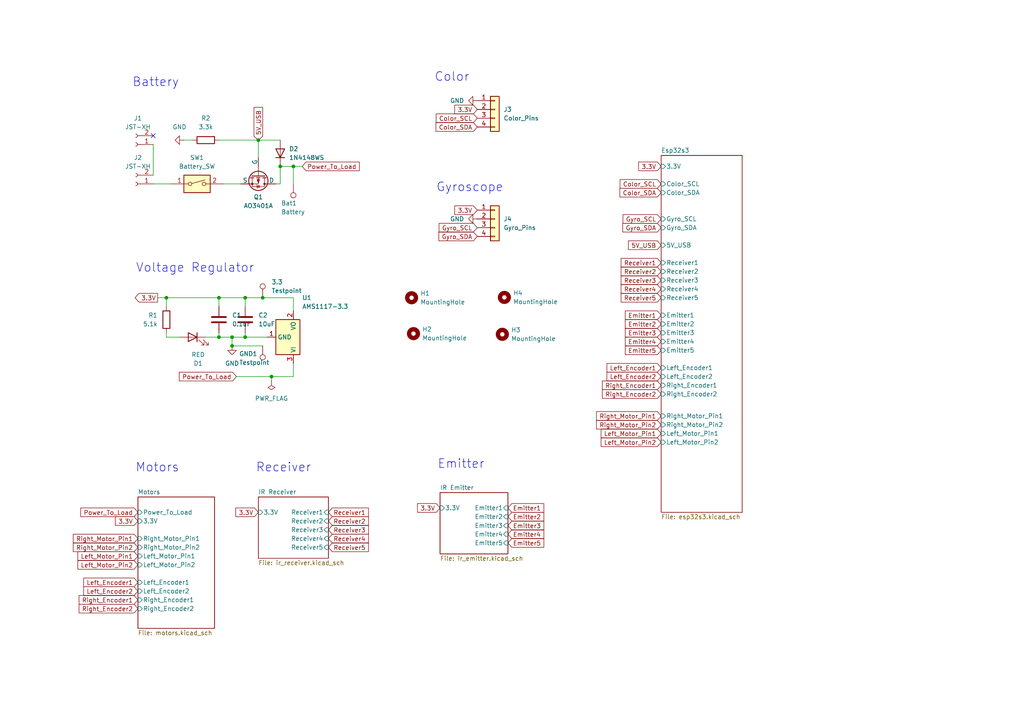
<source format=kicad_sch>
(kicad_sch (version 20231120) (generator "eeschema") (generator_version "8.0")
  (paper "A4")
  (lib_symbols
    (symbol "Connector:Conn_01x02_Socket" (pin_names (offset 1.016) hide)
      (property "Reference" "J" (at 0 2.54 0))
      (property "Value" "Conn_01x02_Socket" (at 0 -5.08 0))
      (symbol "Conn_01x02_Socket_1_1"
        (arc (start 0 -2.032) (mid -0.5058 -2.54) (end 0 -3.048) (stroke (width 0.1524)))
        (polyline (pts (xy -1.27 -2.54) (xy -0.508 -2.54)) (stroke (width 0.1524)))
        (polyline (pts (xy -1.27 0) (xy -0.508 0)) (stroke (width 0.1524)))
        (arc (start 0 0.508) (mid -0.5058 0) (end 0 -0.508) (stroke (width 0.1524)))
        (pin passive line (at -5.08 0 0) (length 3.81) (name "Pin_1") (number "1"))
        (pin passive line (at -5.08 -2.54 0) (length 3.81) (name "Pin_2") (number "2"))
      )
    )
    (symbol "Connector:TestPoint" (pin_numbers hide) (pin_names (offset 0.762) hide)
      (property "Reference" "TP" (at 0 6.858 0))
      (property "Value" "TestPoint" (at 0 5.08 0))
      (symbol "TestPoint_0_1"
        (circle (center 0 3.302) (radius 0.762))
      )
      (symbol "TestPoint_1_1"
        (pin passive line (at 0 0 90) (length 2.54) (name "1") (number "1"))
      )
    )
    (symbol "Connector_Generic:Conn_01x04" (pin_names (offset 1.016) hide)
      (property "Reference" "J" (at 0 5.08 0))
      (property "Value" "Conn_01x04" (at 0 -7.62 0))
      (symbol "Conn_01x04_1_1"
        (rectangle (start -1.27 -4.953) (end 0 -5.207) (stroke (width 0.1524)))
        (rectangle (start -1.27 -2.413) (end 0 -2.667) (stroke (width 0.1524)))
        (rectangle (start -1.27 0.127) (end 0 -0.127) (stroke (width 0.1524)))
        (rectangle (start -1.27 2.667) (end 0 2.413) (stroke (width 0.1524)))
        (rectangle (start -1.27 3.81) (end 1.27 -6.35) (stroke (width 0.254)) (fill (type background)))
        (pin passive line (at -5.08 2.54 0) (length 3.81) (name "Pin_1") (number "1"))
        (pin passive line (at -5.08 0 0) (length 3.81) (name "Pin_2") (number "2"))
        (pin passive line (at -5.08 -2.54 0) (length 3.81) (name "Pin_3") (number "3"))
        (pin passive line (at -5.08 -5.08 0) (length 3.81) (name "Pin_4") (number "4"))
      )
    )
    (symbol "Device:C" (pin_numbers hide) (pin_names (offset 0.254))
      (property "Reference" "C" (at 0.635 2.54 0))
      (property "Value" "C" (at 0.635 -2.54 0))
      (symbol "C_0_1"
        (polyline (pts (xy -2.032 -0.762) (xy 2.032 -0.762)) (stroke (width 0.508)))
        (polyline (pts (xy -2.032 0.762) (xy 2.032 0.762)) (stroke (width 0.508)))
      )
      (symbol "C_1_1"
        (pin passive line (at 0 3.81 270) (length 2.794) (name "~") (number "1"))
        (pin passive line (at 0 -3.81 90) (length 2.794) (name "~") (number "2"))
      )
    )
    (symbol "Device:LED" (pin_numbers hide) (pin_names (offset 1.016) hide)
      (property "Reference" "D" (at 0 2.54 0))
      (property "Value" "LED" (at 0 -2.54 0))
      (symbol "LED_0_1"
        (polyline (pts (xy -1.27 -1.27) (xy -1.27 1.27)) (stroke (width 0.254)))
        (polyline (pts (xy -1.27 0) (xy 1.27 0)))
        (polyline (pts (xy 1.27 -1.27) (xy 1.27 1.27) (xy -1.27 0) (xy 1.27 -1.27)) (stroke (width 0.254)))
        (polyline (pts (xy -3.048 -0.762) (xy -4.572 -2.286) (xy -3.81 -2.286) (xy -4.572 -2.286) (xy -4.572 -1.524)))
        (polyline (pts (xy -1.778 -0.762) (xy -3.302 -2.286) (xy -2.54 -2.286) (xy -3.302 -2.286) (xy -3.302 -1.524)))
      )
      (symbol "LED_1_1"
        (pin passive line (at -3.81 0 0) (length 2.54) (name "K") (number "1"))
        (pin passive line (at 3.81 0 180) (length 2.54) (name "A") (number "2"))
      )
    )
    (symbol "Device:R" (pin_numbers hide) (pin_names (offset 0))
      (property "Reference" "R" (at 2.032 0 90))
      (property "Value" "R" (at 0 0 90))
      (symbol "R_0_1"
        (rectangle (start -1.016 -2.54) (end 1.016 2.54) (stroke (width 0.254)))
      )
      (symbol "R_1_1"
        (pin passive line (at 0 3.81 270) (length 1.27) (name "~") (number "1"))
        (pin passive line (at 0 -3.81 90) (length 1.27) (name "~") (number "2"))
      )
    )
    (symbol "Diode:1N4148WS" (pin_numbers hide) (pin_names hide)
      (property "Reference" "D" (at 0 2.54 0))
      (property "Value" "1N4148WS" (at 0 -2.54 0))
      (symbol "1N4148WS_0_1"
        (polyline (pts (xy -1.27 1.27) (xy -1.27 -1.27)) (stroke (width 0.254)))
        (polyline (pts (xy 1.27 0) (xy -1.27 0)))
        (polyline (pts (xy 1.27 1.27) (xy 1.27 -1.27) (xy -1.27 0) (xy 1.27 1.27)) (stroke (width 0.254)))
      )
      (symbol "1N4148WS_1_1"
        (pin passive line (at -3.81 0 0) (length 2.54) (name "K") (number "1"))
        (pin passive line (at 3.81 0 180) (length 2.54) (name "A") (number "2"))
      )
    )
    (symbol "Mechanical:MountingHole" (pin_names (offset 1.016)) (exclude_from_sim yes) (in_bom no)
      (property "Reference" "H" (at 0 5.08 0))
      (property "Value" "MountingHole" (at 0 3.175 0))
      (symbol "MountingHole_0_1"
        (circle (center 0 0) (radius 1.27) (stroke (width 1.27)))
      )
    )
    (symbol "Regulator_Linear:AMS1117-3.3"
      (property "Reference" "U" (at -3.81 3.175 0))
      (property "Value" "AMS1117-3.3" (at 0 3.175 0))
      (symbol "AMS1117-3.3_0_1"
        (rectangle (start -5.08 -5.08) (end 5.08 1.905) (stroke (width 0.254)) (fill (type background)))
      )
      (symbol "AMS1117-3.3_1_1"
        (pin power_in line (at 0 -7.62 90) (length 2.54) (name "GND") (number "1"))
        (pin power_out line (at 7.62 0 180) (length 2.54) (name "VO") (number "2"))
        (pin power_in line (at -7.62 0 0) (length 2.54) (name "VI") (number "3"))
      )
    )
    (symbol "Simulation_SPICE:PMOS" (pin_numbers hide) (pin_names (offset 0))
      (property "Reference" "Q" (at 5.08 1.27 0))
      (property "Value" "PMOS" (at 5.08 -1.27 0))
      (symbol "PMOS_0_1"
        (polyline (pts (xy 0.254 0) (xy -2.54 0)))
        (polyline (pts (xy 0.254 1.905) (xy 0.254 -1.905)) (stroke (width 0.254)))
        (polyline (pts (xy 0.762 -1.27) (xy 0.762 -2.286)) (stroke (width 0.254)))
        (polyline (pts (xy 0.762 0.508) (xy 0.762 -0.508)) (stroke (width 0.254)))
        (polyline (pts (xy 0.762 2.286) (xy 0.762 1.27)) (stroke (width 0.254)))
        (polyline (pts (xy 2.54 2.54) (xy 2.54 1.778)))
        (polyline (pts (xy 2.54 -2.54) (xy 2.54 0) (xy 0.762 0)))
        (polyline (pts (xy 0.762 1.778) (xy 3.302 1.778) (xy 3.302 -1.778) (xy 0.762 -1.778)))
        (polyline (pts (xy 2.286 0) (xy 1.27 0.381) (xy 1.27 -0.381) (xy 2.286 0)) (fill (type outline)))
        (polyline (pts (xy 2.794 -0.508) (xy 2.921 -0.381) (xy 3.683 -0.381) (xy 3.81 -0.254)))
        (polyline (pts (xy 3.302 -0.381) (xy 2.921 0.254) (xy 3.683 0.254) (xy 3.302 -0.381)))
        (circle (center 1.651 0) (radius 2.794) (stroke (width 0.254)))
        (circle (center 2.54 -1.778) (radius 0.254) (fill (type outline)))
        (circle (center 2.54 1.778) (radius 0.254) (fill (type outline)))
      )
      (symbol "PMOS_1_1"
        (pin passive line (at 2.54 5.08 270) (length 2.54) (name "D") (number "1"))
        (pin input line (at -5.08 0 0) (length 2.54) (name "G") (number "2"))
        (pin passive line (at 2.54 -5.08 90) (length 2.54) (name "S") (number "3"))
      )
    )
    (symbol "Switch:SW_DIP_x01" (pin_names (offset 0) hide)
      (property "Reference" "SW" (at 0 3.81 0))
      (property "Value" "SW_DIP_x01" (at 0 -3.81 0))
      (symbol "SW_DIP_x01_0_0"
        (circle (center -2.032 0) (radius 0.508))
        (polyline (pts (xy -1.524 0.127) (xy 2.3622 1.1684)))
        (circle (center 2.032 0) (radius 0.508))
      )
      (symbol "SW_DIP_x01_0_1"
        (rectangle (start -3.81 2.54) (end 3.81 -2.54) (stroke (width 0.254)) (fill (type background)))
      )
      (symbol "SW_DIP_x01_1_1"
        (pin passive line (at -7.62 0 0) (length 5.08) (name "~") (number "1"))
        (pin passive line (at 7.62 0 180) (length 5.08) (name "~") (number "2"))
      )
    )
    (symbol "power:GND" (power) (pin_numbers hide) (pin_names (offset 0) hide)
      (property "Value" "GND" (at 0 -3.81 0))
      (symbol "GND_0_1"
        (polyline (pts (xy 0 0) (xy 0 -1.27) (xy 1.27 -1.27) (xy 0 -2.54) (xy -1.27 -1.27) (xy 0 -1.27)))
      )
      (symbol "GND_1_1"
        (pin power_in line (at 0 0 270) (length 0) (name "~") (number "1"))
      )
    )
    (symbol "power:PWR_FLAG" (power) (pin_numbers hide) (pin_names (offset 0) hide)
      (property "Value" "PWR_FLAG" (at 0 3.81 0))
      (symbol "PWR_FLAG_0_0"
        (pin power_out line (at 0 0 90) (length 0) (name "~") (number "1"))
      )
      (symbol "PWR_FLAG_0_1"
        (polyline (pts (xy 0 0) (xy 0 1.27) (xy -1.016 1.905) (xy 0 2.54) (xy 1.016 1.905) (xy 0 1.27)))
      )
    )
  )
  (junction (at 63.5 97.79))
  (junction (at 71.12 86.36))
  (junction (at 71.12 97.79))
  (junction (at 81.28 48.26))
  (junction (at 63.5 86.36))
  (junction (at 78.74 109.22))
  (junction (at 85.09 48.26))
  (junction (at 67.31 100.33))
  (junction (at 67.31 97.79))
  (junction (at 74.93 40.64))
  (junction (at 76.2 86.36))
  (junction (at 48.26 86.36))
  (no_connect (at 44.45 39.37))
  (wire (pts (xy 68.58 109.22) (xy 78.74 109.22)))
  (wire (pts (xy 59.69 97.79) (xy 63.5 97.79)))
  (wire (pts (xy 63.5 86.36) (xy 71.12 86.36)))
  (wire (pts (xy 71.12 97.79) (xy 77.47 97.79)))
  (wire (pts (xy 85.09 109.22) (xy 85.09 105.41)))
  (wire (pts (xy 45.72 86.36) (xy 48.26 86.36)))
  (wire (pts (xy 48.26 86.36) (xy 63.5 86.36)))
  (wire (pts (xy 48.26 97.79) (xy 52.07 97.79)))
  (wire (pts (xy 78.74 110.49) (xy 78.74 109.22)))
  (wire (pts (xy 63.5 40.64) (xy 74.93 40.64)))
  (wire (pts (xy 85.09 48.26) (xy 87.63 48.26)))
  (wire (pts (xy 48.26 97.79) (xy 48.26 96.52)))
  (wire (pts (xy 74.93 40.64) (xy 74.93 45.72)))
  (wire (pts (xy 85.09 48.26) (xy 85.09 53.34)))
  (wire (pts (xy 44.45 53.34) (xy 49.53 53.34)))
  (wire (pts (xy 85.09 90.17) (xy 85.09 86.36)))
  (wire (pts (xy 67.31 100.33) (xy 76.2 100.33)))
  (wire (pts (xy 63.5 96.52) (xy 63.5 97.79)))
  (wire (pts (xy 74.93 40.64) (xy 81.28 40.64)))
  (wire (pts (xy 71.12 96.52) (xy 71.12 97.79)))
  (wire (pts (xy 71.12 88.9) (xy 71.12 86.36)))
  (wire (pts (xy 85.09 86.36) (xy 76.2 86.36)))
  (wire (pts (xy 71.12 86.36) (xy 76.2 86.36)))
  (wire (pts (xy 67.31 97.79) (xy 71.12 97.79)))
  (wire (pts (xy 78.74 109.22) (xy 85.09 109.22)))
  (wire (pts (xy 81.28 48.26) (xy 81.28 53.34)))
  (wire (pts (xy 81.28 48.26) (xy 85.09 48.26)))
  (wire (pts (xy 44.45 41.91) (xy 44.45 50.8)))
  (wire (pts (xy 53.34 40.64) (xy 55.88 40.64)))
  (wire (pts (xy 48.26 88.9) (xy 48.26 86.36)))
  (wire (pts (xy 63.5 88.9) (xy 63.5 86.36)))
  (wire (pts (xy 67.31 100.33) (xy 67.31 97.79)))
  (wire (pts (xy 63.5 97.79) (xy 67.31 97.79)))
  (wire (pts (xy 64.77 53.34) (xy 69.85 53.34)))
  (wire (pts (xy 80.01 53.34) (xy 81.28 53.34)))
  (text "Voltage Regulator" (at 39.37 79.248 0) (effects (font (size 2.54 2.54)) (justify left bottom)))
  (text "Battery" (at 38.354 25.4 0) (effects (font (size 2.54 2.54)) (justify left bottom)))
  (text "Emitter" (at 126.873 136.144 0) (effects (font (size 2.54 2.54)) (justify left bottom)))
  (text "Motors" (at 39.243 137.16 0) (effects (font (size 2.54 2.54)) (justify left bottom)))
  (text "Receiver" (at 74.168 137.16 0) (effects (font (size 2.54 2.54)) (justify left bottom)))
  (text "Gyroscope" (at 126.492 55.88 0) (effects (font (size 2.54 2.54)) (justify left bottom)))
  (text "Color" (at 125.984 23.876 0) (effects (font (size 2.54 2.54)) (justify left bottom)))
  (global_label "Right_Encoder2" (shape input) (at 40.005 176.53 180) (property "Intersheetrefs" "${INTERSHEET_REFS}" (effects (hide yes))))
  (global_label "Right_Encoder2" (shape input) (at 191.77 114.3 180) (property "Intersheetrefs" "${INTERSHEET_REFS}" (effects (hide yes))))
  (global_label "Power_To_Load" (shape input) (at 87.63 48.26 0) (property "Intersheetrefs" "${INTERSHEET_REFS}" (effects (hide yes))))
  (global_label "3.3V" (shape input) (at 138.43 60.96 180) (property "Intersheetrefs" "${INTERSHEET_REFS}" (effects (hide yes))))
  (global_label "Receiver2" (shape input) (at 95.25 151.13 0) (property "Intersheetrefs" "${INTERSHEET_REFS}" (effects (hide yes))))
  (global_label "Right_Motor_Pin1" (shape input) (at 191.77 120.65 180) (property "Intersheetrefs" "${INTERSHEET_REFS}" (effects (hide yes))))
  (global_label "Receiver3" (shape input) (at 191.77 81.28 180) (property "Intersheetrefs" "${INTERSHEET_REFS}" (effects (hide yes))))
  (global_label "Emitter2" (shape input) (at 147.32 149.86 0) (property "Intersheetrefs" "${INTERSHEET_REFS}" (effects (hide yes))))
  (global_label "Power_To_Load" (shape input) (at 68.58 109.22 180) (property "Intersheetrefs" "${INTERSHEET_REFS}" (effects (hide yes))))
  (global_label "Receiver1" (shape input) (at 95.25 148.59 0) (property "Intersheetrefs" "${INTERSHEET_REFS}" (effects (hide yes))))
  (global_label "Left_Motor_Pin1" (shape input) (at 40.005 161.29 180) (property "Intersheetrefs" "${INTERSHEET_REFS}" (effects (hide yes))))
  (global_label "Receiver2" (shape input) (at 191.77 78.74 180) (property "Intersheetrefs" "${INTERSHEET_REFS}" (effects (hide yes))))
  (global_label "Left_Encoder1" (shape input) (at 191.77 106.68 180) (property "Intersheetrefs" "${INTERSHEET_REFS}" (effects (hide yes))))
  (global_label "Gyro_SDA" (shape input) (at 138.43 68.58 180) (property "Intersheetrefs" "${INTERSHEET_REFS}" (effects (hide yes))))
  (global_label "Gyro_SCL" (shape input) (at 138.43 66.04 180) (property "Intersheetrefs" "${INTERSHEET_REFS}" (effects (hide yes))))
  (global_label "Right_Motor_Pin2" (shape input) (at 40.005 158.75 180) (property "Intersheetrefs" "${INTERSHEET_REFS}" (effects (hide yes))))
  (global_label "Receiver5" (shape input) (at 191.77 86.36 180) (property "Intersheetrefs" "${INTERSHEET_REFS}" (effects (hide yes))))
  (global_label "3.3V" (shape input) (at 40.005 151.13 180) (property "Intersheetrefs" "${INTERSHEET_REFS}" (effects (hide yes))))
  (global_label "Left_Motor_Pin2" (shape input) (at 40.005 163.83 180) (property "Intersheetrefs" "${INTERSHEET_REFS}" (effects (hide yes))))
  (global_label "Gyro_SCL" (shape input) (at 191.77 63.5 180) (property "Intersheetrefs" "${INTERSHEET_REFS}" (effects (hide yes))))
  (global_label "Receiver1" (shape input) (at 191.77 76.2 180) (property "Intersheetrefs" "${INTERSHEET_REFS}" (effects (hide yes))))
  (global_label "5V_USB" (shape input) (at 191.77 71.12 180) (property "Intersheetrefs" "${INTERSHEET_REFS}" (effects (hide yes))))
  (global_label "3.3V" (shape input) (at 74.93 148.59 180) (property "Intersheetrefs" "${INTERSHEET_REFS}" (effects (hide yes))))
  (global_label "Color_SCL" (shape input) (at 138.43 34.29 180) (property "Intersheetrefs" "${INTERSHEET_REFS}" (effects (hide yes))))
  (global_label "Emitter3" (shape input) (at 147.32 152.4519 0) (property "Intersheetrefs" "${INTERSHEET_REFS}" (effects (hide yes))))
  (global_label "Emitter5" (shape input) (at 147.32 157.48 0) (property "Intersheetrefs" "${INTERSHEET_REFS}" (effects (hide yes))))
  (global_label "Power_To_Load" (shape input) (at 40.005 148.59 180) (property "Intersheetrefs" "${INTERSHEET_REFS}" (effects (hide yes))))
  (global_label "Right_Encoder1" (shape input) (at 40.005 173.99 180) (property "Intersheetrefs" "${INTERSHEET_REFS}" (effects (hide yes))))
  (global_label "3.3V" (shape input) (at 191.77 48.26 180) (property "Intersheetrefs" "${INTERSHEET_REFS}" (effects (hide yes))))
  (global_label "Receiver4" (shape input) (at 191.77 83.82 180) (property "Intersheetrefs" "${INTERSHEET_REFS}" (effects (hide yes))))
  (global_label "Receiver4" (shape input) (at 95.25 156.21 0) (property "Intersheetrefs" "${INTERSHEET_REFS}" (effects (hide yes))))
  (global_label "3.3V" (shape input) (at 138.43 31.75 180) (property "Intersheetrefs" "${INTERSHEET_REFS}" (effects (hide yes))))
  (global_label "Right_Motor_Pin2" (shape input) (at 191.77 123.19 180) (property "Intersheetrefs" "${INTERSHEET_REFS}" (effects (hide yes))))
  (global_label "Emitter4" (shape input) (at 191.77 99.06 180) (property "Intersheetrefs" "${INTERSHEET_REFS}" (effects (hide yes))))
  (global_label "Emitter2" (shape input) (at 191.77 93.98 180) (property "Intersheetrefs" "${INTERSHEET_REFS}" (effects (hide yes))))
  (global_label "Right_Motor_Pin1" (shape input) (at 40.005 156.21 180) (property "Intersheetrefs" "${INTERSHEET_REFS}" (effects (hide yes))))
  (global_label "3.3V" (shape output) (at 45.72 86.36 180) (property "Intersheetrefs" "${INTERSHEET_REFS}" (effects (hide yes))))
  (global_label "Receiver5" (shape input) (at 95.25 158.75 0) (property "Intersheetrefs" "${INTERSHEET_REFS}" (effects (hide yes))))
  (global_label "3.3V" (shape input) (at 127.635 147.32 180) (property "Intersheetrefs" "${INTERSHEET_REFS}" (effects (hide yes))))
  (global_label "5V_USB" (shape input) (at 74.93 40.64 90) (property "Intersheetrefs" "${INTERSHEET_REFS}" (effects (hide yes))))
  (global_label "Left_Motor_Pin2" (shape input) (at 191.77 128.27 180) (property "Intersheetrefs" "${INTERSHEET_REFS}" (effects (hide yes))))
  (global_label "Emitter4" (shape input) (at 147.32 154.94 0) (property "Intersheetrefs" "${INTERSHEET_REFS}" (effects (hide yes))))
  (global_label "Receiver3" (shape input) (at 95.25 153.67 0) (property "Intersheetrefs" "${INTERSHEET_REFS}" (effects (hide yes))))
  (global_label "Gyro_SDA" (shape input) (at 191.77 66.04 180) (property "Intersheetrefs" "${INTERSHEET_REFS}" (effects (hide yes))))
  (global_label "Color_SCL" (shape input) (at 191.77 53.34 180) (property "Intersheetrefs" "${INTERSHEET_REFS}" (effects (hide yes))))
  (global_label "Left_Motor_Pin1" (shape input) (at 191.77 125.73 180) (property "Intersheetrefs" "${INTERSHEET_REFS}" (effects (hide yes))))
  (global_label "Left_Encoder2" (shape input) (at 191.77 109.22 180) (property "Intersheetrefs" "${INTERSHEET_REFS}" (effects (hide yes))))
  (global_label "Emitter1" (shape input) (at 191.77 91.44 180) (property "Intersheetrefs" "${INTERSHEET_REFS}" (effects (hide yes))))
  (global_label "Emitter3" (shape input) (at 191.77 96.52 180) (property "Intersheetrefs" "${INTERSHEET_REFS}" (effects (hide yes))))
  (global_label "Emitter1" (shape input) (at 147.32 147.32 0) (property "Intersheetrefs" "${INTERSHEET_REFS}" (effects (hide yes))))
  (global_label "Left_Encoder1" (shape input) (at 40.005 168.91 180) (property "Intersheetrefs" "${INTERSHEET_REFS}" (effects (hide yes))))
  (global_label "Color_SDA" (shape input) (at 191.77 55.88 180) (property "Intersheetrefs" "${INTERSHEET_REFS}" (effects (hide yes))))
  (global_label "Right_Encoder1" (shape input) (at 191.77 111.76 180) (property "Intersheetrefs" "${INTERSHEET_REFS}" (effects (hide yes))))
  (global_label "Left_Encoder2" (shape input) (at 40.005 171.45 180) (property "Intersheetrefs" "${INTERSHEET_REFS}" (effects (hide yes))))
  (global_label "Color_SDA" (shape input) (at 138.43 36.83 180) (property "Intersheetrefs" "${INTERSHEET_REFS}" (effects (hide yes))))
  (global_label "Emitter5" (shape input) (at 191.77 101.6 180) (property "Intersheetrefs" "${INTERSHEET_REFS}" (effects (hide yes))))
  (symbol (lib_id "power:GND") (at 138.43 63.5 270) (unit 1)
    (property "Reference" "#PWR04" (effects (hide yes)))
    (property "Value" "GND" (at 134.62 63.4999 90) (effects (justify right)))
    (property "Description" "Power symbol creates a global label with name \"GND\" , ground" (effects (hide yes)))
  )
  (symbol (lib_id "power:GND") (at 67.31 100.33 0) (unit 1)
    (property "Reference" "#PWR02" (effects (hide yes)))
    (property "Value" "GND" (at 67.31 105.41 0))
    (property "Description" "Power symbol creates a global label with name \"GND\" , ground" (effects (hide yes)))
  )
  (symbol (lib_id "Connector_Generic:Conn_01x04") (at 143.51 63.5 0) (unit 1)
    (property "Reference" "J4" (at 146.05 63.4999 0) (effects (justify left)))
    (property "Value" "Gyro_Pins" (at 146.05 66.0399 0) (effects (justify left)))
    (property "Footprint" "Connector_PinHeader_2.54mm:PinHeader_1x04_P2.54mm_Vertical" (effects (hide yes)))
    (property "Description" "Generic connector, single row, 01x04, script generated (kicad-library-utils/schlib/autogen/connector/)" (effects (hide yes)))
  )
  (symbol (lib_id "Device:R") (at 48.26 92.71 0) (mirror y) (unit 1)
    (property "Reference" "R1" (at 45.72 91.4399 0) (effects (justify left)))
    (property "Value" "5.1k" (at 45.72 93.9799 0) (effects (justify left)))
    (property "Footprint" "Resistor_SMD:R_0603_1608Metric_Pad0.98x0.95mm_HandSolder" (effects (hide yes)))
    (property "Description" "Resistor" (effects (hide yes)))
    (property "JLCBasic" "basic" (effects (hide yes)))
    (property "LCSC Part" "C23186 " (effects (hide yes)))
    (property "MPN" "0603WAF5101T5E" (effects (hide yes)))
    (property "Package" " 0603" (effects (hide yes)))
  )
  (symbol (lib_id "Mechanical:MountingHole") (at 119.9278 96.7672 0) (unit 1) (exclude_from_sim yes) (in_bom no)
    (property "Reference" "H2" (at 122.4678 95.4971 0) (effects (justify left)))
    (property "Value" "MountingHole" (at 122.4678 98.0371 0) (effects (justify left)))
    (property "Footprint" "MountingHole:MountingHole_3.2mm_M3_DIN965_Pad" (effects (hide yes)))
    (property "Description" "Mounting Hole without connection" (effects (hide yes)))
  )
  (symbol (lib_id "Regulator_Linear:AMS1117-3.3") (at 85.09 97.79 270) (mirror x) (unit 1)
    (property "Reference" "U1" (at 87.63 86.3599 90) (effects (justify left)))
    (property "Value" "AMS1117-3.3" (at 87.63 88.8999 90) (effects (justify left)))
    (property "Footprint" "Package_TO_SOT_SMD:SOT-223-3_TabPin2" (effects (hide yes)))
    (property "Datasheet" "http://www.advanced-monolithic.com/pdf/ds1117.pdf" (effects (hide yes)))
    (property "Description" "1A Low Dropout regulator, positive, 3.3V fixed output, SOT-223" (effects (hide yes)))
  )
  (symbol (lib_id "power:GND") (at 53.34 40.64 270) (unit 1)
    (property "Reference" "#PWR01" (effects (hide yes)))
    (property "Value" "GND" (at 52.07 36.83 90))
    (property "Description" "Power symbol creates a global label with name \"GND\" , ground" (effects (hide yes)))
  )
  (symbol (lib_id "Device:LED") (at 55.88 97.79 0) (mirror y) (unit 1)
    (property "Reference" "D1" (at 57.4675 105.41 0))
    (property "Value" "RED" (at 57.4675 102.87 0))
    (property "Footprint" "LED_SMD:LED_0603_1608Metric_Pad1.05x0.95mm_HandSolder" (effects (hide yes)))
    (property "Description" "Light emitting diode" (effects (hide yes)))
  )
  (symbol (lib_id "Mechanical:MountingHole") (at 145.6974 96.9654 0) (unit 1) (exclude_from_sim yes) (in_bom no)
    (property "Reference" "H3" (at 148.2374 95.6953 0) (effects (justify left)))
    (property "Value" "MountingHole" (at 148.2374 98.2353 0) (effects (justify left)))
    (property "Footprint" "MountingHole:MountingHole_3.2mm_M3_DIN965_Pad" (effects (hide yes)))
    (property "Description" "Mounting Hole without connection" (effects (hide yes)))
  )
  (symbol (lib_id "Device:R") (at 59.69 40.64 90) (unit 1)
    (property "Reference" "R2" (at 59.69 34.29 90))
    (property "Value" "3.3k" (at 59.69 36.83 90))
    (property "Footprint" "Resistor_SMD:R_0603_1608Metric_Pad0.98x0.95mm_HandSolder" (effects (hide yes)))
    (property "Description" "Resistor" (effects (hide yes)))
    (property "JLCBasic" "basic" (effects (hide yes)))
    (property "LCSC Part" "C22978" (effects (hide yes)))
    (property "MPN" "0603WAF3301T5E" (effects (hide yes)))
    (property "Package" " 0603" (effects (hide yes)))
  )
  (symbol (lib_id "Connector:Conn_01x02_Socket") (at 39.37 53.34 180) (unit 1)
    (property "Reference" "J2" (at 40.005 45.72 0))
    (property "Value" "JST-XH" (at 40.005 48.26 0))
    (property "Footprint" "Connector_JST:JST_XH_B2B-XH-A_1x02_P2.50mm_Vertical" (effects (hide yes)))
    (property "Description" "Generic connector, single row, 01x02, script generated" (effects (hide yes)))
  )
  (symbol (lib_id "Mechanical:MountingHole") (at 119.38 86.36 0) (unit 1) (exclude_from_sim yes) (in_bom no)
    (property "Reference" "H1" (at 121.92 85.0899 0) (effects (justify left)))
    (property "Value" "MountingHole" (at 121.92 87.6299 0) (effects (justify left)))
    (property "Footprint" "MountingHole:MountingHole_3.2mm_M3_DIN965_Pad" (effects (hide yes)))
    (property "Description" "Mounting Hole without connection" (effects (hide yes)))
  )
  (symbol (lib_id "Connector_Generic:Conn_01x04") (at 143.51 31.75 0) (unit 1)
    (property "Reference" "J3" (at 146.05 31.7499 0) (effects (justify left)))
    (property "Value" "Color_Pins" (at 146.05 34.2899 0) (effects (justify left)))
    (property "Footprint" "Connector_PinHeader_2.54mm:PinHeader_1x04_P2.54mm_Vertical" (effects (hide yes)))
    (property "Description" "Generic connector, single row, 01x04, script generated (kicad-library-utils/schlib/autogen/connector/)" (effects (hide yes)))
  )
  (symbol (lib_id "Connector:TestPoint") (at 76.2 86.36 0) (unit 1)
    (property "Reference" "3.3" (at 78.74 81.7879 0) (effects (justify left)))
    (property "Value" "Testpoint" (at 78.74 84.3279 0) (effects (justify left)))
    (property "Footprint" "TestPoint:TestPoint_THTPad_2.0x2.0mm_Drill1.0mm" (effects (hide yes)))
    (property "Description" "test point" (effects (hide yes)))
  )
  (symbol (lib_id "Device:C") (at 71.12 92.71 0) (unit 1)
    (property "Reference" "C2" (at 74.93 91.4399 0) (effects (justify left)))
    (property "Value" "10uF" (at 74.93 93.9799 0) (effects (justify left)))
    (property "Footprint" "Capacitor_SMD:C_0805_2012Metric_Pad1.18x1.45mm_HandSolder" (effects (hide yes)))
    (property "Description" "Unpolarized capacitor" (effects (hide yes)))
  )
  (symbol (lib_id "power:GND") (at 138.43 29.21 270) (unit 1)
    (property "Reference" "#PWR03" (effects (hide yes)))
    (property "Value" "GND" (at 134.62 29.2099 90) (effects (justify right)))
    (property "Description" "Power symbol creates a global label with name \"GND\" , ground" (effects (hide yes)))
  )
  (symbol (lib_id "Device:C") (at 63.5 92.71 0) (unit 1)
    (property "Reference" "C1" (at 67.31 91.4399 0) (effects (justify left)))
    (property "Value" "0.1uF" (at 67.31 93.9799 0) (effects (justify left)))
    (property "Footprint" "Capacitor_SMD:C_0805_2012Metric_Pad1.18x1.45mm_HandSolder" (effects (hide yes)))
    (property "Description" "Unpolarized capacitor" (effects (hide yes)))
  )
  (symbol (lib_id "Connector:TestPoint") (at 76.2 100.33 180) (unit 1)
    (property "Reference" "GND1" (at 69.342 102.616 0) (effects (justify right)))
    (property "Value" "Testpoint" (at 69.342 105.156 0) (effects (justify right)))
    (property "Footprint" "TestPoint:TestPoint_THTPad_2.0x2.0mm_Drill1.0mm" (effects (hide yes)))
    (property "Description" "test point" (effects (hide yes)))
  )
  (symbol (lib_id "Simulation_SPICE:PMOS") (at 74.93 50.8 270) (unit 1)
    (property "Reference" "Q1" (at 74.93 57.15 90))
    (property "Value" "AO3401A" (at 74.93 59.69 90))
    (property "Footprint" "Package_TO_SOT_SMD:SOT-23" (effects (hide yes)))
    (property "Datasheet" "https://ngspice.sourceforge.io/docs/ngspice-html-manual/manual.xhtml#cha_MOSFETs" (effects (hide yes)))
    (property "Description" "P-MOSFET transistor, drain/source/gate" (effects (hide yes)))
    (property "Sim.Device" "PMOS" (effects (hide yes)))
    (property "Sim.Type" "VDMOS" (effects (hide yes)))
    (property "Sim.Pins" "1=D 2=G 3=S" (effects (hide yes)))
  )
  (symbol (lib_id "Connector:Conn_01x02_Socket") (at 39.37 41.91 180) (unit 1)
    (property "Reference" "J1" (at 40.005 34.29 0))
    (property "Value" "JST-XH" (at 40.005 36.83 0))
    (property "Footprint" "Connector_JST:JST_XH_B2B-XH-A_1x02_P2.50mm_Vertical" (effects (hide yes)))
    (property "Description" "Generic connector, single row, 01x02, script generated" (effects (hide yes)))
  )
  (symbol (lib_id "power:PWR_FLAG") (at 78.74 110.49 180) (unit 1)
    (property "Reference" "#FLG01" (effects (hide yes)))
    (property "Value" "PWR_FLAG" (at 78.74 115.57 0))
    (property "Description" "Special symbol for telling ERC where power comes from" (effects (hide yes)))
  )
  (symbol (lib_id "Switch:SW_DIP_x01") (at 57.15 53.34 0) (unit 1)
    (property "Reference" "SW1" (at 57.15 45.72 0))
    (property "Value" "Battery_SW" (at 57.15 48.26 0))
    (property "Footprint" "Button_Switch_THT:SW_DIP_SPSTx01_Slide_9.78x4.72mm_W7.62mm_P2.54mm" (effects (hide yes)))
    (property "Description" "1x DIP Switch, Single Pole Single Throw (SPST) switch, small symbol" (effects (hide yes)))
  )
  (symbol (lib_id "Mechanical:MountingHole") (at 146.2921 86.2611 0) (unit 1) (exclude_from_sim yes) (in_bom no)
    (property "Reference" "H4" (at 148.8321 84.991 0) (effects (justify left)))
    (property "Value" "MountingHole" (at 148.8321 87.531 0) (effects (justify left)))
    (property "Footprint" "MountingHole:MountingHole_3.2mm_M3_DIN965_Pad" (effects (hide yes)))
    (property "Description" "Mounting Hole without connection" (effects (hide yes)))
  )
  (symbol (lib_id "Connector:TestPoint") (at 85.09 53.34 180) (unit 1)
    (property "Reference" "Bat1" (at 81.534 58.928 0) (effects (justify right)))
    (property "Value" "Battery" (at 81.534 61.468 0) (effects (justify right)))
    (property "Footprint" "TestPoint:TestPoint_THTPad_2.0x2.0mm_Drill1.0mm" (effects (hide yes)))
    (property "Description" "test point" (effects (hide yes)))
  )
  (symbol (lib_id "Diode:1N4148WS") (at 81.28 44.45 90) (unit 1)
    (property "Reference" "D2" (at 83.82 43.1799 90) (effects (justify right)))
    (property "Value" "1N4148WS" (at 83.82 45.7199 90) (effects (justify right)))
    (property "Footprint" "Diode_SMD:D_SOD-323" (effects (hide yes)))
    (property "Datasheet" "https://www.vishay.com/docs/85751/1n4148ws.pdf" (effects (hide yes)))
    (property "Description" "75V 0.15A Fast switching Diode, SOD-323" (effects (hide yes)))
    (property "Sim.Device" "D" (effects (hide yes)))
    (property "Sim.Pins" "1=K 2=A" (effects (hide yes)))
    (property "JLCBasic" "basic" (effects (hide yes)))
    (property "LCSC Part" "C2128" (effects (hide yes)))
    (property "MPN" " 1N4148WS" (effects (hide yes)))
  )
  (sheet (at 40.005 144.145) (size 22.225 38.1) (stroke (width 0.1524))
    (property "Sheetname" "Motors" (at 40.005 143.4334 0) (effects (justify left bottom)))
    (property "Sheetfile" "motors.kicad_sch" (at 40.005 182.8296 0) (effects (justify left top)))
    (pin "Power_To_Load" input (at 40.005 148.59 180))
    (pin "3.3V" input (at 40.005 151.13 180))
    (pin "Right_Motor_Pin1" input (at 40.005 156.21 180))
    (pin "Right_Motor_Pin2" input (at 40.005 158.75 180))
    (pin "Left_Motor_Pin1" input (at 40.005 161.29 180))
    (pin "Left_Motor_Pin2" input (at 40.005 163.83 180))
    (pin "Left_Encoder2" input (at 40.005 171.45 180))
    (pin "Left_Encoder1" input (at 40.005 168.91 180))
    (pin "Right_Encoder2" input (at 40.005 176.53 180))
    (pin "Right_Encoder1" input (at 40.005 173.99 180))
  )
  (sheet (at 127.635 142.875) (size 19.685 17.78) (stroke (width 0.1524))
    (property "Sheetname" "IR Emitter" (at 127.635 142.1634 0) (effects (justify left bottom)))
    (property "Sheetfile" "ir_emitter.kicad_sch" (at 127.635 161.2396 0) (effects (justify left top)))
    (pin "Emitter3" input (at 147.32 152.4519 0))
    (pin "3.3V" input (at 127.635 147.32 180))
    (pin "Emitter4" input (at 147.32 154.94 0))
    (pin "Emitter1" input (at 147.32 147.32 0))
    (pin "Emitter5" input (at 147.32 157.48 0))
    (pin "Emitter2" input (at 147.32 149.86 0))
  )
  (sheet (at 74.93 144.145) (size 20.32 17.78) (stroke (width 0.1524))
    (property "Sheetname" "IR Receiver" (at 74.93 143.4334 0) (effects (justify left bottom)))
    (property "Sheetfile" "ir_receiver.kicad_sch" (at 74.93 162.5096 0) (effects (justify left top)))
    (pin "Receiver1" input (at 95.25 148.59 0))
    (pin "3.3V" input (at 74.93 148.59 180))
    (pin "Receiver2" input (at 95.25 151.13 0))
    (pin "Receiver3" input (at 95.25 153.67 0))
    (pin "Receiver4" input (at 95.25 156.21 0))
    (pin "Receiver5" input (at 95.25 158.75 0))
  )
  (sheet (at 191.77 45.085) (size 23.495 103.505) (stroke (width 0.1524))
    (property "Sheetname" "Esp32s3" (at 191.77 44.3734 0) (effects (justify left bottom)))
    (property "Sheetfile" "esp32s3.kicad_sch" (at 191.77 149.1746 0) (effects (justify left top)))
    (pin "3.3V" input (at 191.77 48.26 180))
    (pin "Color_SDA" input (at 191.77 55.88 180))
    (pin "Color_SCL" input (at 191.77 53.34 180))
    (pin "Gyro_SDA" input (at 191.77 66.04 180))
    (pin "Gyro_SCL" input (at 191.77 63.5 180))
    (pin "5V_USB" input (at 191.77 71.12 180))
    (pin "Receiver1" input (at 191.77 76.2 180))
    (pin "Receiver2" input (at 191.77 78.74 180))
    (pin "Receiver3" input (at 191.77 81.28 180))
    (pin "Receiver4" input (at 191.77 83.82 180))
    (pin "Receiver5" input (at 191.77 86.36 180))
    (pin "Emitter1" input (at 191.77 91.44 180))
    (pin "Emitter2" input (at 191.77 93.98 180))
    (pin "Emitter3" input (at 191.77 96.52 180))
    (pin "Emitter4" input (at 191.77 99.06 180))
    (pin "Emitter5" input (at 191.77 101.6 180))
    (pin "Left_Encoder1" input (at 191.77 106.68 180))
    (pin "Left_Encoder2" input (at 191.77 109.22 180))
    (pin "Right_Motor_Pin1" input (at 191.77 120.65 180))
    (pin "Right_Motor_Pin2" input (at 191.77 123.19 180))
    (pin "Left_Motor_Pin2" input (at 191.77 128.27 180))
    (pin "Right_Encoder1" input (at 191.77 111.76 180))
    (pin "Left_Motor_Pin1" input (at 191.77 125.73 180))
    (pin "Right_Encoder2" input (at 191.77 114.3 180))
  )
)
</source>
